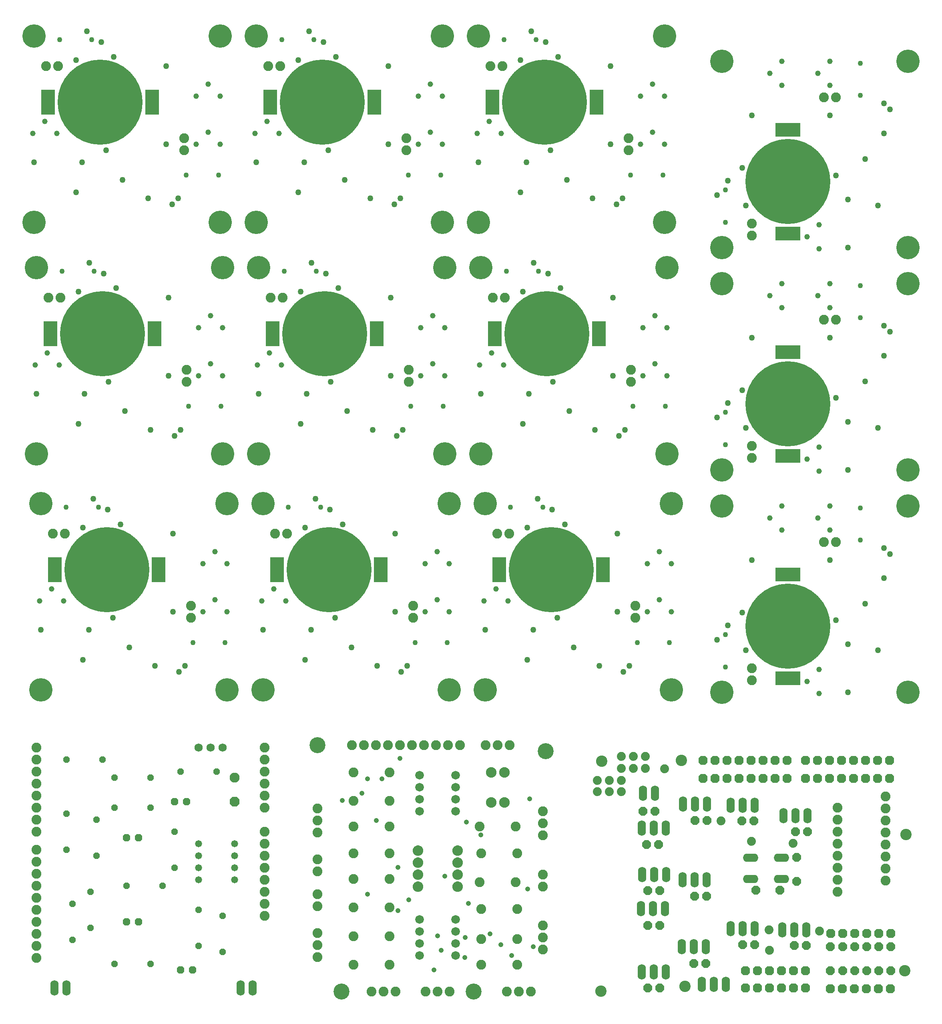
<source format=gbs>
%FSTAX23Y23*%
%MOIN*%
%SFA1B1*%

%IPPOS*%
%AMD94*
4,1,8,0.040300,0.016700,0.016700,0.040300,-0.016700,0.040300,-0.040300,0.016700,-0.040300,-0.016700,-0.016700,-0.040300,0.016700,-0.040300,0.040300,-0.016700,0.040300,0.016700,0.0*
%
%AMD96*
4,1,8,0.012900,-0.031100,0.031100,-0.012900,0.031100,0.012900,0.012900,0.031100,-0.012900,0.031100,-0.031100,0.012900,-0.031100,-0.012900,-0.012900,-0.031100,0.012900,-0.031100,0.0*
%
%AMD100*
4,1,8,0.011200,-0.027200,0.027200,-0.011200,0.027200,0.011200,0.011200,0.027200,-0.011200,0.027200,-0.027200,0.011200,-0.027200,-0.011200,-0.011200,-0.027200,0.011200,-0.027200,0.0*
%
%AMD101*
4,1,8,0.027200,0.011200,0.011200,0.027200,-0.011200,0.027200,-0.027200,0.011200,-0.027200,-0.011200,-0.011200,-0.027200,0.011200,-0.027200,0.027200,-0.011200,0.027200,0.011200,0.0*
%
%AMD106*
4,1,8,-0.036000,-0.014900,-0.014900,-0.036000,0.014900,-0.036000,0.036000,-0.014900,0.036000,0.014900,0.014900,0.036000,-0.014900,0.036000,-0.036000,0.014900,-0.036000,-0.014900,0.0*
%
%AMD107*
4,1,8,-0.037900,-0.015700,-0.015700,-0.037900,0.015700,-0.037900,0.037900,-0.015700,0.037900,0.015700,0.015700,0.037900,-0.015700,0.037900,-0.037900,0.015700,-0.037900,-0.015700,0.0*
%
%AMD108*
4,1,8,-0.014900,0.036000,-0.036000,0.014900,-0.036000,-0.014900,-0.014900,-0.036000,0.014900,-0.036000,0.036000,-0.014900,0.036000,0.014900,0.014900,0.036000,-0.014900,0.036000,0.0*
%
%AMD113*
4,1,8,0.000000,0.354000,0.000000,0.354000,-0.354000,0.000000,-0.354000,0.000000,0.000000,-0.354000,0.000000,-0.354000,0.354000,0.000000,0.354000,0.000000,0.000000,0.354000,0.0*
1,1,0.708000,0.000000,0.000000*
1,1,0.708000,0.000000,0.000000*
1,1,0.708000,0.000000,0.000000*
1,1,0.708000,0.000000,0.000000*
%
%AMD115*
4,1,8,-0.354000,0.000000,-0.354000,0.000000,0.000000,-0.354000,0.000000,-0.354000,0.354000,0.000000,0.354000,0.000000,0.000000,0.354000,0.000000,0.354000,-0.354000,0.000000,0.0*
1,1,0.708000,0.000000,0.000000*
1,1,0.708000,0.000000,0.000000*
1,1,0.708000,0.000000,0.000000*
1,1,0.708000,0.000000,0.000000*
%
%ADD44C,0.074000*%
%ADD71C,0.000000*%
%ADD90C,0.195000*%
%ADD91C,0.043430*%
%ADD92C,0.046380*%
%ADD93C,0.082000*%
G04~CAMADD=94~4~0.0~0.0~806.2~806.2~0.0~236.1~0~0.0~0.0~0.0~0.0~0~0.0~0.0~0.0~0.0~0~0.0~0.0~0.0~315.0~806.2~806.2*
%ADD94D94*%
%ADD95C,0.083000*%
G04~CAMADD=96~4~0.0~0.0~622.2~622.2~0.0~182.2~0~0.0~0.0~0.0~0.0~0~0.0~0.0~0.0~0.0~0~0.0~0.0~0.0~225.0~622.2~622.2*
%ADD96D96*%
%ADD97C,0.058000*%
%ADD98O,0.068000X0.128000*%
%ADD99C,0.068000*%
G04~CAMADD=100~4~0.0~0.0~544.8~544.8~0.0~159.6~0~0.0~0.0~0.0~0.0~0~0.0~0.0~0.0~0.0~0~0.0~0.0~0.0~225.0~544.8~544.8*
%ADD100D100*%
G04~CAMADD=101~4~0.0~0.0~544.8~544.8~0.0~159.6~0~0.0~0.0~0.0~0.0~0~0.0~0.0~0.0~0.0~0~0.0~0.0~0.0~315.0~544.8~544.8*
%ADD101D101*%
%ADD102C,0.133000*%
%ADD103C,0.088000*%
%ADD104C,0.072000*%
%ADD105C,0.094610*%
G04~CAMADD=106~4~0.0~0.0~719.1~719.1~0.0~210.6~0~0.0~0.0~0.0~0.0~0~0.0~0.0~0.0~0.0~0~0.0~0.0~0.0~135.0~719.1~719.1*
%ADD106D106*%
G04~CAMADD=107~4~0.0~0.0~757.8~757.8~0.0~221.9~0~0.0~0.0~0.0~0.0~0~0.0~0.0~0.0~0.0~0~0.0~0.0~0.0~135.0~757.8~757.8*
%ADD107D107*%
G04~CAMADD=108~4~0.0~0.0~719.1~719.1~0.0~210.6~0~0.0~0.0~0.0~0.0~0~0.0~0.0~0.0~0.0~0~0.0~0.0~0.0~45.0~719.1~719.1*
%ADD108D108*%
%ADD109O,0.128000X0.068000*%
%ADD110C,0.049590*%
%ADD111C,0.042000*%
G04~CAMADD=113~8~0.0~0.0~7080.0~7080.0~3540.0~0.0~15~0.0~0.0~0.0~0.0~0~0.0~0.0~0.0~0.0~0~0.0~0.0~0.0~0.0~7080.0~7080.0*
%ADD113D113*%
%ADD114R,0.117840X0.208000*%
G04~CAMADD=115~8~0.0~0.0~7080.0~7080.0~3540.0~0.0~15~0.0~0.0~0.0~0.0~0~0.0~0.0~0.0~0.0~0~0.0~0.0~0.0~90.0~7080.0~7079.0*
%ADD115D115*%
%ADD116R,0.208000X0.117840*%
%LNmergedpcbs-1*%
%LPD*%
G36*
X37926Y23686D02*
X37932Y23683D01*
X37938Y23679*
X37944Y23674*
X37948Y23668*
X37951Y23661*
X37952Y23654*
X37952Y2365*
X37952Y23646*
X37951Y23639*
X37948Y23632*
X37944Y23626*
X37939Y23621*
X37933Y23616*
X37926Y23613*
X37919Y23612*
X37915Y23612*
X37911Y23612*
X37904Y23613*
X37897Y23616*
X37891Y23621*
X37886Y23626*
X37881Y23632*
X37879Y23639*
X37877Y23647*
X37877Y2365*
X37877Y23654*
X37879Y23661*
X37882Y23668*
X37886Y23674*
X37891Y23679*
X37897Y23683*
X37904Y23686*
X37911Y23687*
X37915Y23687*
X37918Y23687*
X37926Y23686*
G37*
G36*
X37815D02*
X37822Y23683D01*
X37828Y23679*
X37833Y23674*
X37838Y23668*
X37841Y23661*
X37842Y23654*
X37842Y2365*
X37842Y23646*
X37841Y23639*
X37838Y23632*
X37834Y23626*
X37829Y23621*
X37823Y23616*
X37816Y23613*
X37808Y23612*
X37805Y23612*
X37801Y23612*
X37794Y23613*
X37787Y23616*
X37781Y23621*
X37775Y23626*
X37771Y23632*
X37769Y23639*
X37767Y23647*
X37767Y2365*
X37767Y23654*
X37769Y23661*
X37772Y23668*
X37776Y23674*
X37781Y23679*
X37787Y23683*
X37794Y23686*
X37801Y23687*
X37805Y23687*
X37808Y23687*
X37815Y23686*
G37*
G36*
Y23936D02*
X37822Y23933D01*
X37828Y23929*
X37833Y23924*
X37838Y23918*
X37841Y23911*
X37842Y23904*
X37842Y239*
X37842Y23896*
X37841Y23889*
X37838Y23882*
X37834Y23876*
X37829Y23871*
X37823Y23866*
X37816Y23863*
X37808Y23862*
X37805Y23862*
X37801Y23862*
X37794Y23863*
X37787Y23866*
X37781Y23871*
X37775Y23876*
X37771Y23882*
X37769Y23889*
X37767Y23897*
X37767Y239*
X37767Y23904*
X37769Y23911*
X37772Y23918*
X37776Y23924*
X37781Y23929*
X37787Y23933*
X37794Y23936*
X37801Y23937*
X37805Y23937*
X37808Y23937*
X37815Y23936*
G37*
G36*
X37926D02*
X37932Y23933D01*
X37938Y23929*
X37944Y23924*
X37948Y23918*
X37951Y23911*
X37952Y23904*
X37952Y239*
X37952Y23896*
X37951Y23889*
X37948Y23882*
X37944Y23876*
X37939Y23871*
X37933Y23866*
X37926Y23863*
X37919Y23862*
X37915Y23862*
X37911Y23862*
X37904Y23863*
X37897Y23866*
X37891Y23871*
X37886Y23876*
X37881Y23882*
X37879Y23889*
X37877Y23897*
X37877Y239*
X37877Y23904*
X37879Y23911*
X37882Y23918*
X37886Y23924*
X37891Y23929*
X37897Y23933*
X37904Y23936*
X37911Y23937*
X37915Y23937*
X37918Y23937*
X37926Y23936*
G37*
G54D44*
X39249Y2393D03*
X40539Y2258D03*
X39719Y23495D03*
X39974Y23325D03*
X40119Y2259D03*
X40124Y2242D03*
X40319Y2331D03*
X3909Y24033D03*
X3899D03*
X3909Y23933D03*
X3899D03*
X3889Y24033D03*
Y23933D03*
X3879Y23833D03*
X3869D03*
X3889D03*
X3879Y23738D03*
X3869D03*
X3889D03*
G54D71*
X37237Y2295D02*
D01*
X37236Y22952*
X37236Y22955*
X37236Y22958*
X37235Y22961*
X37234Y22964*
X37233Y22967*
X37232Y22969*
X3723Y22972*
X37228Y22974*
X37227Y22976*
X37225Y22979*
X37223Y22981*
X3722Y22983*
X37218Y22984*
X37216Y22986*
X37213Y22987*
X3721Y22988*
X37207Y22989*
X37205Y2299*
X37202Y22991*
X37199Y22991*
X37196Y22991*
X37193*
X3719Y22991*
X37187Y22991*
X37184Y2299*
X37182Y22989*
X37179Y22988*
X37176Y22987*
X37174Y22986*
X37171Y22984*
X37169Y22983*
X37166Y22981*
X37164Y22979*
X37162Y22976*
X37161Y22974*
X37159Y22972*
X37157Y22969*
X37156Y22967*
X37155Y22964*
X37154Y22961*
X37153Y22958*
X37153Y22955*
X37153Y22952*
X37153Y2295*
X37153Y22947*
X37153Y22944*
X37153Y22941*
X37154Y22938*
X37155Y22935*
X37156Y22932*
X37157Y2293*
X37159Y22927*
X37161Y22925*
X37162Y22923*
X37164Y2292*
X37166Y22918*
X37169Y22916*
X37171Y22915*
X37174Y22913*
X37176Y22912*
X37179Y22911*
X37182Y2291*
X37184Y22909*
X37187Y22908*
X3719Y22908*
X37193Y22908*
X37196*
X37199Y22908*
X37202Y22908*
X37205Y22909*
X37207Y2291*
X3721Y22911*
X37213Y22912*
X37216Y22913*
X37218Y22915*
X3722Y22916*
X37223Y22918*
X37225Y2292*
X37227Y22923*
X37228Y22925*
X3723Y22927*
X37232Y2293*
X37233Y22932*
X37234Y22935*
X37235Y22938*
X37236Y22941*
X37236Y22944*
X37236Y22947*
X37237Y2295*
Y2305D02*
D01*
X37236Y23052*
X37236Y23055*
X37236Y23058*
X37235Y23061*
X37234Y23064*
X37233Y23067*
X37232Y23069*
X3723Y23072*
X37228Y23074*
X37227Y23076*
X37225Y23079*
X37223Y23081*
X3722Y23083*
X37218Y23084*
X37216Y23086*
X37213Y23087*
X3721Y23088*
X37207Y23089*
X37205Y2309*
X37202Y23091*
X37199Y23091*
X37196Y23091*
X37193*
X3719Y23091*
X37187Y23091*
X37184Y2309*
X37182Y23089*
X37179Y23088*
X37176Y23087*
X37174Y23086*
X37171Y23084*
X37169Y23083*
X37166Y23081*
X37164Y23079*
X37162Y23076*
X37161Y23074*
X37159Y23072*
X37157Y23069*
X37156Y23067*
X37155Y23064*
X37154Y23061*
X37153Y23058*
X37153Y23055*
X37153Y23052*
X37153Y2305*
X37153Y23047*
X37153Y23044*
X37153Y23041*
X37154Y23038*
X37155Y23035*
X37156Y23032*
X37157Y2303*
X37159Y23027*
X37161Y23025*
X37162Y23023*
X37164Y2302*
X37166Y23018*
X37169Y23016*
X37171Y23015*
X37174Y23013*
X37176Y23012*
X37179Y23011*
X37182Y2301*
X37184Y23009*
X37187Y23008*
X3719Y23008*
X37193Y23008*
X37196*
X37199Y23008*
X37202Y23008*
X37205Y23009*
X37207Y2301*
X3721Y23011*
X37213Y23012*
X37216Y23013*
X37218Y23015*
X3722Y23016*
X37223Y23018*
X37225Y2302*
X37227Y23023*
X37228Y23025*
X3723Y23027*
X37232Y2303*
X37233Y23032*
X37234Y23035*
X37235Y23038*
X37236Y23041*
X37236Y23044*
X37236Y23047*
X37237Y2305*
Y2315D02*
D01*
X37236Y23152*
X37236Y23155*
X37236Y23158*
X37235Y23161*
X37234Y23164*
X37233Y23167*
X37232Y23169*
X3723Y23172*
X37228Y23174*
X37227Y23176*
X37225Y23179*
X37223Y23181*
X3722Y23183*
X37218Y23184*
X37216Y23186*
X37213Y23187*
X3721Y23188*
X37207Y23189*
X37205Y2319*
X37202Y23191*
X37199Y23191*
X37196Y23191*
X37193*
X3719Y23191*
X37187Y23191*
X37184Y2319*
X37182Y23189*
X37179Y23188*
X37176Y23187*
X37174Y23186*
X37171Y23184*
X37169Y23183*
X37166Y23181*
X37164Y23179*
X37162Y23176*
X37161Y23174*
X37159Y23172*
X37157Y23169*
X37156Y23167*
X37155Y23164*
X37154Y23161*
X37153Y23158*
X37153Y23155*
X37153Y23152*
X37153Y2315*
X37153Y23147*
X37153Y23144*
X37153Y23141*
X37154Y23138*
X37155Y23135*
X37156Y23132*
X37157Y2313*
X37159Y23127*
X37161Y23125*
X37162Y23123*
X37164Y2312*
X37166Y23118*
X37169Y23116*
X37171Y23115*
X37174Y23113*
X37176Y23112*
X37179Y23111*
X37182Y2311*
X37184Y23109*
X37187Y23108*
X3719Y23108*
X37193Y23108*
X37196*
X37199Y23108*
X37202Y23108*
X37205Y23109*
X37207Y2311*
X3721Y23111*
X37213Y23112*
X37216Y23113*
X37218Y23115*
X3722Y23116*
X37223Y23118*
X37225Y2312*
X37227Y23123*
X37228Y23125*
X3723Y23127*
X37232Y2313*
X37233Y23132*
X37234Y23135*
X37235Y23138*
X37236Y23141*
X37236Y23144*
X37236Y23147*
X37237Y2315*
Y2325D02*
D01*
X37236Y23252*
X37236Y23255*
X37236Y23258*
X37235Y23261*
X37234Y23264*
X37233Y23267*
X37232Y23269*
X3723Y23272*
X37228Y23274*
X37227Y23276*
X37225Y23279*
X37223Y23281*
X3722Y23283*
X37218Y23284*
X37216Y23286*
X37213Y23287*
X3721Y23288*
X37207Y23289*
X37205Y2329*
X37202Y23291*
X37199Y23291*
X37196Y23291*
X37193*
X3719Y23291*
X37187Y23291*
X37184Y2329*
X37182Y23289*
X37179Y23288*
X37176Y23287*
X37174Y23286*
X37171Y23284*
X37169Y23283*
X37166Y23281*
X37164Y23279*
X37162Y23276*
X37161Y23274*
X37159Y23272*
X37157Y23269*
X37156Y23267*
X37155Y23264*
X37154Y23261*
X37153Y23258*
X37153Y23255*
X37153Y23252*
X37153Y2325*
X37153Y23247*
X37153Y23244*
X37153Y23241*
X37154Y23238*
X37155Y23235*
X37156Y23232*
X37157Y2323*
X37159Y23227*
X37161Y23225*
X37162Y23223*
X37164Y2322*
X37166Y23218*
X37169Y23216*
X37171Y23215*
X37174Y23213*
X37176Y23212*
X37179Y23211*
X37182Y2321*
X37184Y23209*
X37187Y23208*
X3719Y23208*
X37193Y23208*
X37196*
X37199Y23208*
X37202Y23208*
X37205Y23209*
X37207Y2321*
X3721Y23211*
X37213Y23212*
X37216Y23213*
X37218Y23215*
X3722Y23216*
X37223Y23218*
X37225Y2322*
X37227Y23223*
X37228Y23225*
X3723Y23227*
X37232Y2323*
X37233Y23232*
X37234Y23235*
X37235Y23238*
X37236Y23241*
X37236Y23244*
X37236Y23247*
X37237Y2325*
X37567Y2295D02*
D01*
X37566Y22952*
X37566Y22955*
X37566Y22958*
X37565Y22961*
X37564Y22964*
X37563Y22967*
X37562Y22969*
X3756Y22972*
X37558Y22974*
X37557Y22976*
X37555Y22979*
X37553Y22981*
X3755Y22983*
X37548Y22984*
X37546Y22986*
X37543Y22987*
X3754Y22988*
X37537Y22989*
X37535Y2299*
X37532Y22991*
X37529Y22991*
X37526Y22991*
X37523*
X3752Y22991*
X37517Y22991*
X37514Y2299*
X37512Y22989*
X37509Y22988*
X37506Y22987*
X37504Y22986*
X37501Y22984*
X37499Y22983*
X37496Y22981*
X37494Y22979*
X37492Y22976*
X37491Y22974*
X37489Y22972*
X37487Y22969*
X37486Y22967*
X37485Y22964*
X37484Y22961*
X37483Y22958*
X37483Y22955*
X37483Y22952*
X37483Y2295*
X37483Y22947*
X37483Y22944*
X37483Y22941*
X37484Y22938*
X37485Y22935*
X37486Y22932*
X37487Y2293*
X37489Y22927*
X37491Y22925*
X37492Y22923*
X37494Y2292*
X37496Y22918*
X37499Y22916*
X37501Y22915*
X37504Y22913*
X37506Y22912*
X37509Y22911*
X37512Y2291*
X37514Y22909*
X37517Y22908*
X3752Y22908*
X37523Y22908*
X37526*
X37529Y22908*
X37532Y22908*
X37535Y22909*
X37537Y2291*
X3754Y22911*
X37543Y22912*
X37546Y22913*
X37548Y22915*
X3755Y22916*
X37553Y22918*
X37555Y2292*
X37557Y22923*
X37558Y22925*
X3756Y22927*
X37562Y2293*
X37563Y22932*
X37564Y22935*
X37565Y22938*
X37566Y22941*
X37566Y22944*
X37566Y22947*
X37567Y2295*
Y2305D02*
D01*
X37566Y23052*
X37566Y23055*
X37566Y23058*
X37565Y23061*
X37564Y23064*
X37563Y23067*
X37562Y23069*
X3756Y23072*
X37558Y23074*
X37557Y23076*
X37555Y23079*
X37553Y23081*
X3755Y23083*
X37548Y23084*
X37546Y23086*
X37543Y23087*
X3754Y23088*
X37537Y23089*
X37535Y2309*
X37532Y23091*
X37529Y23091*
X37526Y23091*
X37523*
X3752Y23091*
X37517Y23091*
X37514Y2309*
X37512Y23089*
X37509Y23088*
X37506Y23087*
X37504Y23086*
X37501Y23084*
X37499Y23083*
X37496Y23081*
X37494Y23079*
X37492Y23076*
X37491Y23074*
X37489Y23072*
X37487Y23069*
X37486Y23067*
X37485Y23064*
X37484Y23061*
X37483Y23058*
X37483Y23055*
X37483Y23052*
X37483Y2305*
X37483Y23047*
X37483Y23044*
X37483Y23041*
X37484Y23038*
X37485Y23035*
X37486Y23032*
X37487Y2303*
X37489Y23027*
X37491Y23025*
X37492Y23023*
X37494Y2302*
X37496Y23018*
X37499Y23016*
X37501Y23015*
X37504Y23013*
X37506Y23012*
X37509Y23011*
X37512Y2301*
X37514Y23009*
X37517Y23008*
X3752Y23008*
X37523Y23008*
X37526*
X37529Y23008*
X37532Y23008*
X37535Y23009*
X37537Y2301*
X3754Y23011*
X37543Y23012*
X37546Y23013*
X37548Y23015*
X3755Y23016*
X37553Y23018*
X37555Y2302*
X37557Y23023*
X37558Y23025*
X3756Y23027*
X37562Y2303*
X37563Y23032*
X37564Y23035*
X37565Y23038*
X37566Y23041*
X37566Y23044*
X37566Y23047*
X37567Y2305*
Y2315D02*
D01*
X37566Y23152*
X37566Y23155*
X37566Y23158*
X37565Y23161*
X37564Y23164*
X37563Y23167*
X37562Y23169*
X3756Y23172*
X37558Y23174*
X37557Y23176*
X37555Y23179*
X37553Y23181*
X3755Y23183*
X37548Y23184*
X37546Y23186*
X37543Y23187*
X3754Y23188*
X37537Y23189*
X37535Y2319*
X37532Y23191*
X37529Y23191*
X37526Y23191*
X37523*
X3752Y23191*
X37517Y23191*
X37514Y2319*
X37512Y23189*
X37509Y23188*
X37506Y23187*
X37504Y23186*
X37501Y23184*
X37499Y23183*
X37496Y23181*
X37494Y23179*
X37492Y23176*
X37491Y23174*
X37489Y23172*
X37487Y23169*
X37486Y23167*
X37485Y23164*
X37484Y23161*
X37483Y23158*
X37483Y23155*
X37483Y23152*
X37483Y2315*
X37483Y23147*
X37483Y23144*
X37483Y23141*
X37484Y23138*
X37485Y23135*
X37486Y23132*
X37487Y2313*
X37489Y23127*
X37491Y23125*
X37492Y23123*
X37494Y2312*
X37496Y23118*
X37499Y23116*
X37501Y23115*
X37504Y23113*
X37506Y23112*
X37509Y23111*
X37512Y2311*
X37514Y23109*
X37517Y23108*
X3752Y23108*
X37523Y23108*
X37526*
X37529Y23108*
X37532Y23108*
X37535Y23109*
X37537Y2311*
X3754Y23111*
X37543Y23112*
X37546Y23113*
X37548Y23115*
X3755Y23116*
X37553Y23118*
X37555Y2312*
X37557Y23123*
X37558Y23125*
X3756Y23127*
X37562Y2313*
X37563Y23132*
X37564Y23135*
X37565Y23138*
X37566Y23141*
X37566Y23144*
X37566Y23147*
X37567Y2315*
Y2325D02*
D01*
X37566Y23252*
X37566Y23255*
X37566Y23258*
X37565Y23261*
X37564Y23264*
X37563Y23267*
X37562Y23269*
X3756Y23272*
X37558Y23274*
X37557Y23276*
X37555Y23279*
X37553Y23281*
X3755Y23283*
X37548Y23284*
X37546Y23286*
X37543Y23287*
X3754Y23288*
X37537Y23289*
X37535Y2329*
X37532Y23291*
X37529Y23291*
X37526Y23291*
X37523*
X3752Y23291*
X37517Y23291*
X37514Y2329*
X37512Y23289*
X37509Y23288*
X37506Y23287*
X37504Y23286*
X37501Y23284*
X37499Y23283*
X37496Y23281*
X37494Y23279*
X37492Y23276*
X37491Y23274*
X37489Y23272*
X37487Y23269*
X37486Y23267*
X37485Y23264*
X37484Y23261*
X37483Y23258*
X37483Y23255*
X37483Y23252*
X37483Y2325*
X37483Y23247*
X37483Y23244*
X37483Y23241*
X37484Y23238*
X37485Y23235*
X37486Y23232*
X37487Y2323*
X37489Y23227*
X37491Y23225*
X37492Y23223*
X37494Y2322*
X37496Y23218*
X37499Y23216*
X37501Y23215*
X37504Y23213*
X37506Y23212*
X37509Y23211*
X37512Y2321*
X37514Y23209*
X37517Y23208*
X3752Y23208*
X37523Y23208*
X37526*
X37529Y23208*
X37532Y23208*
X37535Y23209*
X37537Y2321*
X3754Y23211*
X37543Y23212*
X37546Y23213*
X37548Y23215*
X3755Y23216*
X37553Y23218*
X37555Y2322*
X37557Y23223*
X37558Y23225*
X3756Y23227*
X37562Y2323*
X37563Y23232*
X37564Y23235*
X37565Y23238*
X37566Y23241*
X37566Y23244*
X37566Y23247*
X37567Y2325*
G54D90*
X34055Y24585D03*
X35605D03*
Y26135D03*
X34055D03*
X35905Y24585D03*
X37455D03*
Y26135D03*
X35905D03*
X37755Y24585D03*
X39305D03*
Y26135D03*
X37755D03*
X3402Y2655D03*
X3557D03*
Y281D03*
X3402D03*
X3587Y2655D03*
X3742D03*
Y281D03*
X3587D03*
X3772Y2655D03*
X3927D03*
Y281D03*
X3772D03*
X41275Y24565D03*
Y26115D03*
X39725D03*
Y24565D03*
X41275Y26415D03*
Y27965D03*
X39725D03*
Y26415D03*
X41275Y28265D03*
Y29815D03*
X39725D03*
Y28265D03*
X34Y28475D03*
X3555D03*
Y30025D03*
X34D03*
X3585Y28475D03*
X374D03*
Y30025D03*
X3585D03*
X377Y28475D03*
X3925D03*
Y30025D03*
X377D03*
G54D91*
X34267Y26104D03*
X34535D03*
X35322Y24979D03*
X3559D03*
X36117Y26104D03*
X36385D03*
X37172Y24979D03*
X3744D03*
X37967Y26104D03*
X38235D03*
X39022Y24979D03*
X3929D03*
X34232Y28069D03*
X345D03*
X35287Y26944D03*
X35555D03*
X36082Y28069D03*
X3635D03*
X37137Y26944D03*
X37405D03*
X37932Y28069D03*
X382D03*
X38987Y26944D03*
X39255D03*
X39755Y24777D03*
Y25045D03*
X4088Y25832D03*
Y261D03*
X39755Y26627D03*
Y26895D03*
X4088Y27682D03*
Y2795D03*
X39755Y28477D03*
Y28745D03*
X4088Y29532D03*
Y298D03*
X34212Y29994D03*
X3448D03*
X35267Y28869D03*
X35535D03*
X36062Y29994D03*
X3633D03*
X37117Y28869D03*
X37385D03*
X37912Y29994D03*
X3818D03*
X38967Y28869D03*
X39235D03*
G54D92*
X35405Y25635D03*
X35605D03*
X35505Y25735D03*
X35405Y25235D03*
X35605D03*
X35505Y25335D03*
X34045Y25325D03*
X34245D03*
X34145Y25425D03*
X37255Y25635D03*
X37455D03*
X37355Y25735D03*
X37255Y25235D03*
X37455D03*
X37355Y25335D03*
X35895Y25325D03*
X36095D03*
X35995Y25425D03*
X39105Y25635D03*
X39305D03*
X39205Y25735D03*
X39105Y25235D03*
X39305D03*
X39205Y25335D03*
X37745Y25325D03*
X37945D03*
X37845Y25425D03*
X3537Y276D03*
X3557D03*
X3547Y277D03*
X3537Y272D03*
X3557D03*
X3547Y273D03*
X3401Y2729D03*
X3421D03*
X3411Y2739D03*
X3722Y276D03*
X3742D03*
X3732Y277D03*
X3722Y272D03*
X3742D03*
X3732Y273D03*
X3586Y2729D03*
X3606D03*
X3596Y2739D03*
X3907Y276D03*
X3927D03*
X3917Y277D03*
X3907Y272D03*
X3927D03*
X3917Y273D03*
X3771Y2729D03*
X3791D03*
X3781Y2739D03*
X40225Y25915D03*
Y26115D03*
X40125Y26015D03*
X40625Y25915D03*
Y26115D03*
X40525Y26015D03*
X40535Y24555D03*
Y24755D03*
X40435Y24655D03*
X40225Y27765D03*
Y27965D03*
X40125Y27865D03*
X40625Y27765D03*
Y27965D03*
X40525Y27865D03*
X40535Y26405D03*
Y26605D03*
X40435Y26505D03*
X40225Y29615D03*
Y29815D03*
X40125Y29715D03*
X40625Y29615D03*
Y29815D03*
X40525Y29715D03*
X40535Y28255D03*
Y28455D03*
X40435Y28355D03*
X3535Y29525D03*
X3555D03*
X3545Y29625D03*
X3535Y29125D03*
X3555D03*
X3545Y29225D03*
X3399Y29215D03*
X3419D03*
X3409Y29315D03*
X372Y29525D03*
X374D03*
X373Y29625D03*
X372Y29125D03*
X374D03*
X373Y29225D03*
X3584Y29215D03*
X3604D03*
X3594Y29315D03*
X3905Y29525D03*
X3925D03*
X3915Y29625D03*
X3905Y29125D03*
X3925D03*
X3915Y29225D03*
X3769Y29215D03*
X3789D03*
X3779Y29315D03*
G54D93*
X34255Y25885D03*
X34155D03*
X35305Y25185D03*
Y25285D03*
X36105Y25885D03*
X36005D03*
X37155Y25185D03*
Y25285D03*
X37955Y25885D03*
X37855D03*
X39005Y25185D03*
Y25285D03*
X3422Y2785D03*
X3412D03*
X3527Y2715D03*
Y2725D03*
X3607Y2785D03*
X3597D03*
X3712Y2715D03*
Y2725D03*
X3792Y2785D03*
X3782D03*
X3897Y2715D03*
Y2725D03*
X39975Y24765D03*
Y24665D03*
X40675Y25815D03*
X40575D03*
X39975Y26615D03*
Y26515D03*
X40675Y27665D03*
X40575D03*
X39975Y28465D03*
Y28365D03*
X40675Y29515D03*
X40575D03*
X3592Y22705D03*
Y22805D03*
X3402Y22355D03*
Y22455D03*
Y22555D03*
Y22655D03*
Y22755D03*
Y22855D03*
Y22955D03*
Y23055D03*
Y23155D03*
Y23255D03*
Y23405D03*
Y23505D03*
Y23605D03*
Y23705D03*
Y23805D03*
Y23905D03*
Y24005D03*
Y24105D03*
X3592D03*
Y24005D03*
Y23905D03*
Y23805D03*
Y23705D03*
Y23605D03*
Y23405D03*
Y23305D03*
Y23205D03*
Y23105D03*
Y23005D03*
Y22905D03*
X3636Y23075D03*
Y23175D03*
X3746Y22075D03*
X3736D03*
X3726D03*
X3681D03*
X3691D03*
X3701D03*
X38235Y22625D03*
Y22525D03*
Y22425D03*
X3636Y22562D03*
Y22462D03*
Y22362D03*
X38235Y2295D03*
Y2305D03*
X3636Y22787D03*
Y22887D03*
X38022Y22762D03*
X37722D03*
X3696Y23662D03*
X3666D03*
X3696Y22775D03*
X3666D03*
X3696Y22537D03*
X3666D03*
Y239D03*
X3696D03*
X3801Y22987D03*
X3771D03*
X38022Y223D03*
X37722D03*
X3696D03*
X3666D03*
X38022Y22512D03*
X37722D03*
X3696Y23012D03*
X3666D03*
X38022Y23225D03*
X37722D03*
X3666Y2345D03*
X3696D03*
X3771D03*
X3801D03*
X3666Y23225D03*
X3696D03*
X37547Y24125D03*
X37447D03*
X37347D03*
X37247D03*
X37147D03*
X37047D03*
X36947D03*
X36847D03*
X36747D03*
X36647D03*
X38135Y22075D03*
X38035D03*
X37935D03*
X3636Y234D03*
Y235D03*
Y236D03*
X3796Y24125D03*
X3786D03*
X3776D03*
X38235Y23575D03*
Y23475D03*
Y23375D03*
X40689Y23605D03*
Y23505D03*
Y23405D03*
Y23305D03*
Y23205D03*
Y23105D03*
Y23005D03*
Y22905D03*
X41089Y237D03*
Y236D03*
Y235D03*
Y234D03*
Y233D03*
Y232D03*
Y231D03*
Y23D03*
X342Y29775D03*
X341D03*
X3525Y29075D03*
Y29175D03*
X3605Y29775D03*
X3595D03*
X371Y29075D03*
Y29175D03*
X379Y29775D03*
X378D03*
X3895Y29075D03*
Y29175D03*
G54D94*
X3567Y23655D03*
G54D95*
X3567Y23855D03*
X37525Y2325D03*
Y2315D03*
Y2305D03*
Y2295D03*
X37195D03*
Y2305D03*
Y2315D03*
Y2325D03*
G54D96*
X3522Y22255D03*
X3532D03*
X3477Y23355D03*
X3487D03*
X3527Y23655D03*
X3517D03*
X3487Y22655D03*
X3477D03*
G54D97*
X3537Y23305D03*
Y23205D03*
X3567Y23305D03*
Y23205D03*
X3537Y23005D03*
Y23105D03*
X3567D03*
Y23005D03*
G54D98*
X3582Y22105D03*
X3572D03*
X3427D03*
X3417D03*
X39059Y2224D03*
X39159D03*
X39259D03*
X39054Y22765D03*
X39154D03*
X39254D03*
X39064Y2305D03*
X39164D03*
X39264D03*
X39059Y23435D03*
X39159D03*
X39259D03*
X39069Y23725D03*
X39169D03*
X39999Y226D03*
X39899D03*
X39799D03*
X39999Y23625D03*
X39899D03*
X39799D03*
X39594Y2245D03*
X39494D03*
X39394D03*
X39599Y23005D03*
X39499D03*
X39399D03*
X39604Y23635D03*
X39504D03*
X39404D03*
X40429Y2259D03*
X40329D03*
X40229D03*
X40439Y2354D03*
X40339D03*
X40239D03*
X39559Y22135D03*
X39659D03*
X39759D03*
G54D99*
X3557Y24105D03*
X3547D03*
X3537D03*
G54D100*
X3522Y23905D03*
X3552D03*
X3467Y23855D03*
X3497D03*
X3457Y24005D03*
X3427D03*
X3477Y22955D03*
X3507D03*
X3497Y22305D03*
X3467D03*
X3497Y23605D03*
X3467D03*
G54D101*
X3427Y23255D03*
Y23555D03*
X3557Y22705D03*
Y22405D03*
X3537Y22455D03*
Y22755D03*
X3432Y22805D03*
Y22505D03*
X3447Y22605D03*
Y22905D03*
X3517Y23405D03*
Y23105D03*
X3452Y23205D03*
Y23505D03*
G54D102*
X3766Y22075D03*
X3656D03*
X3636Y24125D03*
X3826Y24075D03*
G54D103*
X37805Y239D03*
X37915D03*
X37805Y2365D03*
X37915D03*
G54D104*
X3751Y22375D03*
Y22475D03*
X3721Y22375D03*
Y22475D03*
X3751Y22675D03*
Y22575D03*
X3721D03*
Y22675D03*
X3751Y23575D03*
Y23675D03*
X3721Y23575D03*
Y23675D03*
X3751Y23875D03*
Y23775D03*
X3721D03*
Y23875D03*
G54D105*
X4126Y23383D03*
X3939Y23998D03*
X3942Y22118D03*
X3872Y22078D03*
X38725Y23993D03*
X4125Y22248D03*
G54D106*
X40349Y23192D03*
Y22992D03*
X40629Y2245D03*
Y2225D03*
X40734Y2245D03*
Y2225D03*
X40834Y2245D03*
Y2225D03*
X40934Y2245D03*
Y2225D03*
X41034Y2245D03*
Y2225D03*
X41134Y2245D03*
Y2225D03*
G54D107*
X40269Y2385D03*
X40169D03*
X40069D03*
X39969D03*
X39869D03*
X39769D03*
X39669D03*
X39569D03*
X40269Y24D03*
X40169D03*
X40069D03*
X39969D03*
X39869D03*
X39769D03*
X39669D03*
X39569D03*
X40424Y2385D03*
X40524D03*
X40624D03*
X40724D03*
X40824D03*
X40924D03*
X41024D03*
X41124D03*
X40424Y24D03*
X40524D03*
X40624D03*
X40724D03*
X40824D03*
X40924D03*
X41024D03*
X41124D03*
X39924Y22105D03*
X40024D03*
X40124D03*
X40224D03*
X40324D03*
X40424D03*
X39924Y2225D03*
X40024D03*
X40124D03*
X40224D03*
X40324D03*
X40424D03*
X41129Y221D03*
X41029D03*
X40929D03*
X40829D03*
X40729D03*
X40629D03*
X41134Y2256D03*
X41034D03*
X40934D03*
X40834D03*
X40734D03*
X40634D03*
G54D108*
X40209Y2292D03*
X40009D03*
X39209Y22105D03*
X39109D03*
X39209Y22625D03*
X39109D03*
X39209Y22915D03*
X39109D03*
X39199Y233D03*
X39099D03*
X39169Y23575D03*
X39069D03*
X39999Y22465D03*
X39899D03*
X39994Y23495D03*
X39894D03*
X39594Y2231D03*
X39494D03*
X39599Y2287D03*
X39499D03*
X39604Y235D03*
X39504D03*
X40429Y2246D03*
X40329D03*
X40439Y23405D03*
X40339D03*
G54D109*
X39966Y23189D03*
Y23011D03*
X40222Y23189D03*
Y23011D03*
G54D110*
X35205Y24735D03*
X35005Y24785D03*
X34455Y25085D03*
X35155Y25235D03*
X34655Y25185D03*
X34055Y25085D03*
X34791Y2494D03*
X34719Y25963D03*
X35155Y25885D03*
X35255Y24785D03*
X34405Y24835D03*
Y25935D03*
X34613Y26084D03*
X34493Y26174D03*
X37055Y24735D03*
X36855Y24785D03*
X36305Y25085D03*
X37005Y25235D03*
X36505Y25185D03*
X35905Y25085D03*
X36641Y2494D03*
X36569Y25963D03*
X37005Y25885D03*
X37105Y24785D03*
X36255Y24835D03*
Y25935D03*
X36463Y26084D03*
X36343Y26174D03*
X38905Y24735D03*
X38705Y24785D03*
X38155Y25085D03*
X38855Y25235D03*
X38355Y25185D03*
X37755Y25085D03*
X38491Y2494D03*
X38419Y25963D03*
X38855Y25885D03*
X38955Y24785D03*
X38105Y24835D03*
Y25935D03*
X38313Y26084D03*
X38193Y26174D03*
X3517Y267D03*
X3497Y2675D03*
X3442Y2705D03*
X3512Y272D03*
X3462Y2715D03*
X3402Y2705D03*
X34756Y26905D03*
X34684Y27928D03*
X3512Y2785D03*
X3522Y2675D03*
X3437Y268D03*
Y279D03*
X34578Y28049D03*
X34458Y28139D03*
X3702Y267D03*
X3682Y2675D03*
X3627Y2705D03*
X3697Y272D03*
X3647Y2715D03*
X3587Y2705D03*
X36606Y26905D03*
X36534Y27928D03*
X3697Y2785D03*
X3707Y2675D03*
X3622Y268D03*
Y279D03*
X36428Y28049D03*
X36308Y28139D03*
X3887Y267D03*
X3867Y2675D03*
X3812Y2705D03*
X3882Y272D03*
X3832Y2715D03*
X3772Y2705D03*
X38456Y26905D03*
X38384Y27928D03*
X3882Y2785D03*
X3892Y2675D03*
X3807Y268D03*
Y279D03*
X38278Y28049D03*
X38158Y28139D03*
X41125Y25715D03*
X41075Y25515D03*
X40775Y24965D03*
X40625Y25665D03*
X40675Y25165D03*
X40775Y24565D03*
X4092Y25301D03*
X39897Y25229D03*
X39975Y25665D03*
X41075Y25765D03*
X41025Y24915D03*
X39925D03*
X39775Y25123D03*
X39685Y25003D03*
X41125Y27565D03*
X41075Y27365D03*
X40775Y26815D03*
X40625Y27515D03*
X40675Y27015D03*
X40775Y26415D03*
X4092Y27151D03*
X39897Y27079D03*
X39975Y27515D03*
X41075Y27615D03*
X41025Y26765D03*
X39925D03*
X39775Y26973D03*
X39685Y26853D03*
X41125Y29415D03*
X41075Y29215D03*
X40775Y28665D03*
X40625Y29365D03*
X40675Y28865D03*
X40775Y28265D03*
X4092Y29001D03*
X39897Y28929D03*
X39975Y29365D03*
X41075Y29465D03*
X41025Y28615D03*
X39925D03*
X39775Y28823D03*
X39685Y28703D03*
X3515Y28625D03*
X3495Y28675D03*
X344Y28975D03*
X351Y29125D03*
X346Y29075D03*
X34Y28975D03*
X34736Y2883D03*
X34664Y29853D03*
X351Y29775D03*
X352Y28675D03*
X3435Y28725D03*
Y29825D03*
X34558Y29974D03*
X34438Y30064D03*
X37Y28625D03*
X368Y28675D03*
X3625Y28975D03*
X3695Y29125D03*
X3645Y29075D03*
X3585Y28975D03*
X36586Y2883D03*
X36514Y29853D03*
X3695Y29775D03*
X3705Y28675D03*
X362Y28725D03*
Y29825D03*
X36408Y29974D03*
X36288Y30064D03*
X3885Y28625D03*
X3865Y28675D03*
X381Y28975D03*
X388Y29125D03*
X383Y29075D03*
X377Y28975D03*
X38436Y2883D03*
X38364Y29853D03*
X388Y29775D03*
X389Y28675D03*
X3805Y28725D03*
Y29825D03*
X38258Y29974D03*
X38138Y30064D03*
G54D111*
X36565Y23665D03*
X3703Y2311D03*
X3673Y23725D03*
X376Y23485D03*
X36775Y23845D03*
X3685Y235D03*
X37047Y24015D03*
X36895Y23845D03*
X3733Y22255D03*
X3739Y2242D03*
X3736Y2254D03*
X37615Y2281D03*
X38155Y2245D03*
X37975Y22375D03*
X3759Y22525D03*
X3703Y2275D03*
X36775Y22885D03*
X3712Y2284D03*
X3772Y2338D03*
X37585Y2236D03*
X3811Y2293D03*
X38125Y2368D03*
X3742Y23035D03*
X37795Y22555D03*
X37885Y22465D03*
G54D113*
X34605Y25585D03*
X36455D03*
X38305D03*
X3457Y2755D03*
X3642D03*
X3827D03*
X3455Y29475D03*
X364D03*
X3825D03*
G54D114*
X35037Y25585D03*
X34172D03*
X36887D03*
X36022D03*
X38737D03*
X37872D03*
X35002Y2755D03*
X34137D03*
X36852D03*
X35987D03*
X38702D03*
X37837D03*
X34982Y29475D03*
X34117D03*
X36832D03*
X35967D03*
X38682D03*
X37817D03*
G54D115*
X40275Y25115D03*
Y26965D03*
Y28815D03*
G54D116*
X40275Y25547D03*
Y24682D03*
Y27397D03*
Y26532D03*
Y29247D03*
Y28382D03*
M02*
</source>
